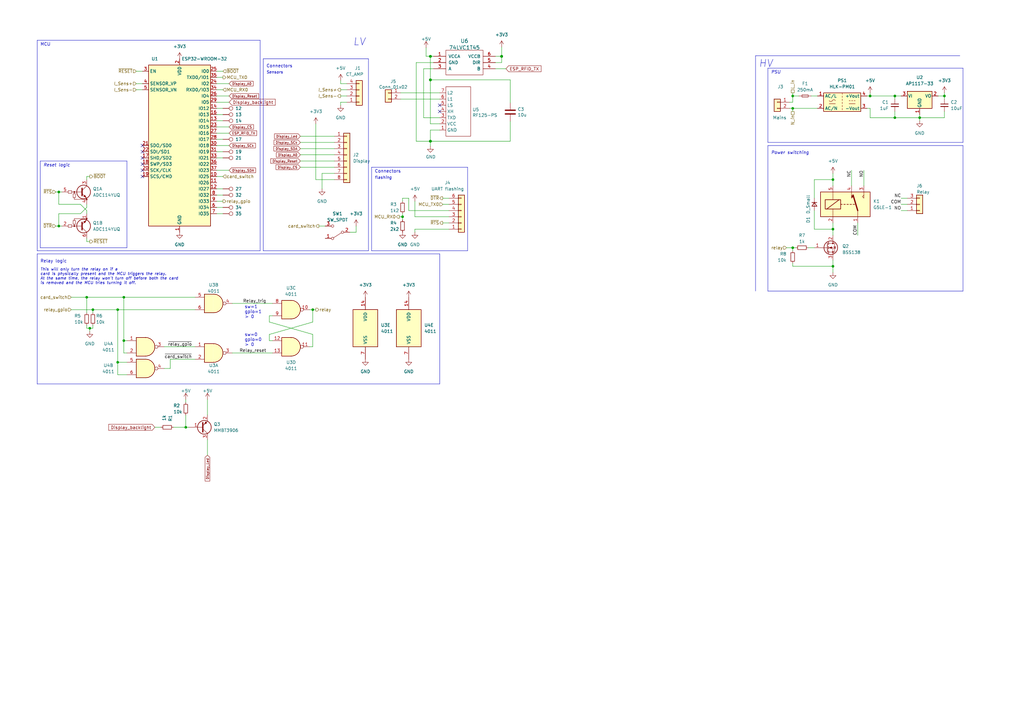
<source format=kicad_sch>
(kicad_sch (version 20230121) (generator eeschema)
  (paper "A3")
  (lib_symbols
    (symbol "4xxx:4011" (pin_names (offset 1.016))
      (property "Reference" "U" (at 0 1.27 0))
      (property "Value" "4011" (at 0 -1.27 0))
      (symbol "4011_1_1"
        (pin input line (at -7.62 2.54 0) (length 3.81) (name "~") (number "1"))
        (pin input line (at -7.62 -2.54 0) (length 3.81) (name "~") (number "2"))
        (pin output inverted (at 7.62 0 180) (length 3.81) (name "~") (number "3"))
      )
      (symbol "4011_1_2"
        (pin input inverted (at -7.62 2.54 0) (length 4.318) (name "~") (number "1"))
        (pin input inverted (at -7.62 -2.54 0) (length 4.318) (name "~") (number "2"))
        (pin output line (at 7.62 0 180) (length 3.81) (name "~") (number "3"))
      )
      (symbol "4011_2_1"
        (pin output inverted (at 7.62 0 180) (length 3.81) (name "~") (number "4"))
        (pin input line (at -7.62 2.54 0) (length 3.81) (name "~") (number "5"))
        (pin input line (at -7.62 -2.54 0) (length 3.81) (name "~") (number "6"))
      )
      (symbol "4011_2_2"
        (pin output line (at 7.62 0 180) (length 3.81) (name "~") (number "4"))
        (pin input inverted (at -7.62 2.54 0) (length 4.318) (name "~") (number "5"))
        (pin input inverted (at -7.62 -2.54 0) (length 4.318) (name "~") (number "6"))
      )
      (symbol "4011_3_1"
        (pin output inverted (at 7.62 0 180) (length 3.81) (name "~") (number "10"))
        (pin input line (at -7.62 2.54 0) (length 3.81) (name "~") (number "8"))
        (pin input line (at -7.62 -2.54 0) (length 3.81) (name "~") (number "9"))
      )
      (symbol "4011_3_2"
        (pin output line (at 7.62 0 180) (length 3.81) (name "~") (number "10"))
        (pin input inverted (at -7.62 2.54 0) (length 4.318) (name "~") (number "8"))
        (pin input inverted (at -7.62 -2.54 0) (length 4.318) (name "~") (number "9"))
      )
      (symbol "4011_4_1"
        (pin output inverted (at 7.62 0 180) (length 3.81) (name "~") (number "11"))
        (pin input line (at -7.62 2.54 0) (length 3.81) (name "~") (number "12"))
        (pin input line (at -7.62 -2.54 0) (length 3.81) (name "~") (number "13"))
      )
      (symbol "4011_4_2"
        (pin output line (at 7.62 0 180) (length 3.81) (name "~") (number "11"))
        (pin input inverted (at -7.62 2.54 0) (length 4.318) (name "~") (number "12"))
        (pin input inverted (at -7.62 -2.54 0) (length 4.318) (name "~") (number "13"))
      )
      (symbol "4011_5_0"
        (pin power_in line (at 0 12.7 270) (length 5.08) (name "VDD") (number "14"))
        (pin power_in line (at 0 -12.7 90) (length 5.08) (name "VSS") (number "7"))
      )
    )
    (symbol "74lvc:74LVC1T45" (pin_names (offset 1.016))
      (property "Reference" "U" (at 0 6.35 0))
      (property "Value" "74LVC1T45" (at 0 -6.35 0))
      (symbol "74LVC1T45_1_1"
        (pin power_in line (at -12.7 2.54 0) (length 5.08) (name "VCCA") (number "1"))
        (pin power_in line (at -12.7 0 0) (length 5.08) (name "GND") (number "2"))
        (pin bidirectional line (at -12.7 -2.54 0) (length 5.08) (name "A") (number "3"))
        (pin bidirectional line (at 12.7 -2.54 180) (length 5.08) (name "B") (number "4"))
        (pin input line (at 12.7 0 180) (length 5.08) (name "DIR") (number "5"))
        (pin power_in line (at 12.7 2.54 180) (length 5.08) (name "VCCB") (number "6"))
      )
    )
    (symbol "Connector:TestPoint" (pin_numbers hide) (pin_names (offset 0.762) hide)
      (property "Reference" "TP" (at 0 6.858 0))
      (property "Value" "TestPoint" (at 0 5.08 0))
      (symbol "TestPoint_1_1"
        (pin passive line (at 0 0 90) (length 2.54) (name "1") (number "1"))
      )
    )
    (symbol "Connector_Generic:Conn_01x02" (pin_names (offset 1.016) hide)
      (property "Reference" "J" (at 0 2.54 0))
      (property "Value" "Conn_01x02" (at 0 -5.08 0))
      (symbol "Conn_01x02_1_1"
        (pin passive line (at -5.08 0 0) (length 3.81) (name "Pin_1") (number "1"))
        (pin passive line (at -5.08 -2.54 0) (length 3.81) (name "Pin_2") (number "2"))
      )
    )
    (symbol "Connector_Generic:Conn_01x03" (pin_names (offset 1.016) hide)
      (property "Reference" "J" (at 0 5.08 0))
      (property "Value" "Conn_01x03" (at 0 -5.08 0))
      (symbol "Conn_01x03_1_1"
        (pin passive line (at -5.08 2.54 0) (length 3.81) (name "Pin_1") (number "1"))
        (pin passive line (at -5.08 0 0) (length 3.81) (name "Pin_2") (number "2"))
        (pin passive line (at -5.08 -2.54 0) (length 3.81) (name "Pin_3") (number "3"))
      )
    )
    (symbol "Connector_Generic:Conn_01x04" (pin_names (offset 1.016) hide)
      (property "Reference" "J" (at 0 5.08 0))
      (property "Value" "Conn_01x04" (at 0 -7.62 0))
      (symbol "Conn_01x04_1_1"
        (pin passive line (at -5.08 2.54 0) (length 3.81) (name "Pin_1") (number "1"))
        (pin passive line (at -5.08 0 0) (length 3.81) (name "Pin_2") (number "2"))
        (pin passive line (at -5.08 -2.54 0) (length 3.81) (name "Pin_3") (number "3"))
        (pin passive line (at -5.08 -5.08 0) (length 3.81) (name "Pin_4") (number "4"))
      )
    )
    (symbol "Connector_Generic:Conn_01x06" (pin_names (offset 1.016) hide)
      (property "Reference" "J" (at 0 7.62 0))
      (property "Value" "Conn_01x06" (at 0 -10.16 0))
      (symbol "Conn_01x06_1_1"
        (pin passive line (at -5.08 5.08 0) (length 3.81) (name "Pin_1") (number "1"))
        (pin passive line (at -5.08 2.54 0) (length 3.81) (name "Pin_2") (number "2"))
        (pin passive line (at -5.08 0 0) (length 3.81) (name "Pin_3") (number "3"))
        (pin passive line (at -5.08 -2.54 0) (length 3.81) (name "Pin_4") (number "4"))
        (pin passive line (at -5.08 -5.08 0) (length 3.81) (name "Pin_5") (number "5"))
        (pin passive line (at -5.08 -7.62 0) (length 3.81) (name "Pin_6") (number "6"))
      )
    )
    (symbol "Connector_Generic:Conn_01x08" (pin_names (offset 1.016) hide)
      (property "Reference" "J" (at 0 10.16 0))
      (property "Value" "Conn_01x08" (at 0 -12.7 0))
      (symbol "Conn_01x08_1_1"
        (pin passive line (at -5.08 7.62 0) (length 3.81) (name "Pin_1") (number "1"))
        (pin passive line (at -5.08 5.08 0) (length 3.81) (name "Pin_2") (number "2"))
        (pin passive line (at -5.08 2.54 0) (length 3.81) (name "Pin_3") (number "3"))
        (pin passive line (at -5.08 0 0) (length 3.81) (name "Pin_4") (number "4"))
        (pin passive line (at -5.08 -2.54 0) (length 3.81) (name "Pin_5") (number "5"))
        (pin passive line (at -5.08 -5.08 0) (length 3.81) (name "Pin_6") (number "6"))
        (pin passive line (at -5.08 -7.62 0) (length 3.81) (name "Pin_7") (number "7"))
        (pin passive line (at -5.08 -10.16 0) (length 3.81) (name "Pin_8") (number "8"))
      )
    )
    (symbol "Converter_ACDC:HLK-PM01"
      (property "Reference" "PS" (at 0 5.08 0))
      (property "Value" "HLK-PM01" (at 0 -5.08 0))
      (symbol "HLK-PM01_1_1"
        (pin power_in line (at -10.16 2.54 0) (length 2.54) (name "AC/L") (number "1"))
        (pin power_in line (at -10.16 -2.54 0) (length 2.54) (name "AC/N") (number "2"))
        (pin power_out line (at 10.16 -2.54 180) (length 2.54) (name "-Vout") (number "3"))
        (pin power_out line (at 10.16 2.54 180) (length 2.54) (name "+Vout") (number "4"))
      )
    )
    (symbol "Device:C" (pin_numbers hide) (pin_names (offset 0.254))
      (property "Reference" "C" (at 0.635 2.54 0))
      (property "Value" "C" (at 0.635 -2.54 0))
      (symbol "C_1_1"
        (pin passive line (at 0 3.81 270) (length 2.794) (name "~") (number "1"))
        (pin passive line (at 0 -3.81 90) (length 2.794) (name "~") (number "2"))
      )
    )
    (symbol "Device:C_Small" (pin_numbers hide) (pin_names (offset 0.254) hide)
      (property "Reference" "C" (at 0.254 1.778 0))
      (property "Value" "C_Small" (at 0.254 -2.032 0))
      (symbol "C_Small_1_1"
        (pin passive line (at 0 2.54 270) (length 2.032) (name "~") (number "1"))
        (pin passive line (at 0 -2.54 90) (length 2.032) (name "~") (number "2"))
      )
    )
    (symbol "Device:D_Small" (pin_numbers hide) (pin_names (offset 0.254) hide)
      (property "Reference" "D" (at -1.27 2.032 0))
      (property "Value" "D_Small" (at -3.81 -2.032 0))
      (symbol "D_Small_1_1"
        (pin passive line (at -2.54 0 0) (length 1.778) (name "K") (number "1"))
        (pin passive line (at 2.54 0 180) (length 1.778) (name "A") (number "2"))
      )
    )
    (symbol "Device:Fuse_Small" (pin_numbers hide) (pin_names (offset 0.254) hide)
      (property "Reference" "F" (at 0 -1.524 0))
      (property "Value" "Fuse_Small" (at 0 1.524 0))
      (symbol "Fuse_Small_1_1"
        (pin passive line (at -2.54 0 0) (length 1.27) (name "~") (number "1"))
        (pin passive line (at 2.54 0 180) (length 1.27) (name "~") (number "2"))
      )
    )
    (symbol "Device:Q_NMOS_GDS" (pin_names (offset 0) hide)
      (property "Reference" "Q" (at 5.08 1.27 0))
      (property "Value" "Q_NMOS_GDS" (at 5.08 -1.27 0))
      (symbol "Q_NMOS_GDS_1_1"
        (pin input line (at -5.08 0 0) (length 2.54) (name "G") (number "1"))
        (pin passive line (at 2.54 5.08 270) (length 2.54) (name "D") (number "2"))
        (pin passive line (at 2.54 -5.08 90) (length 2.54) (name "S") (number "3"))
      )
    )
    (symbol "Device:R_Small" (pin_numbers hide) (pin_names (offset 0.254) hide)
      (property "Reference" "R" (at 0.762 0.508 0))
      (property "Value" "R_Small" (at 0.762 -1.016 0))
      (symbol "R_Small_1_1"
        (pin passive line (at 0 2.54 270) (length 0.762) (name "~") (number "1"))
        (pin passive line (at 0 -2.54 90) (length 0.762) (name "~") (number "2"))
      )
    )
    (symbol "RF_Module:ESP32-WROOM-32"
      (property "Reference" "U" (at -12.7 34.29 0))
      (property "Value" "ESP32-WROOM-32" (at 1.27 34.29 0))
      (symbol "ESP32-WROOM-32_1_1"
        (pin power_in line (at 0 -35.56 90) (length 2.54) (name "GND") (number "1"))
        (pin bidirectional line (at 15.24 -12.7 180) (length 2.54) (name "IO25") (number "10"))
        (pin bidirectional line (at 15.24 -15.24 180) (length 2.54) (name "IO26") (number "11"))
        (pin bidirectional line (at 15.24 -17.78 180) (length 2.54) (name "IO27") (number "12"))
        (pin bidirectional line (at 15.24 10.16 180) (length 2.54) (name "IO14") (number "13"))
        (pin bidirectional line (at 15.24 15.24 180) (length 2.54) (name "IO12") (number "14"))
        (pin passive line (at 0 -35.56 90) (length 2.54) hide (name "GND") (number "15"))
        (pin bidirectional line (at 15.24 12.7 180) (length 2.54) (name "IO13") (number "16"))
        (pin bidirectional line (at -15.24 -5.08 0) (length 2.54) (name "SHD/SD2") (number "17"))
        (pin bidirectional line (at -15.24 -7.62 0) (length 2.54) (name "SWP/SD3") (number "18"))
        (pin bidirectional line (at -15.24 -12.7 0) (length 2.54) (name "SCS/CMD") (number "19"))
        (pin power_in line (at 0 35.56 270) (length 2.54) (name "VDD") (number "2"))
        (pin bidirectional line (at -15.24 -10.16 0) (length 2.54) (name "SCK/CLK") (number "20"))
        (pin bidirectional line (at -15.24 0 0) (length 2.54) (name "SDO/SD0") (number "21"))
        (pin bidirectional line (at -15.24 -2.54 0) (length 2.54) (name "SDI/SD1") (number "22"))
        (pin bidirectional line (at 15.24 7.62 180) (length 2.54) (name "IO15") (number "23"))
        (pin bidirectional line (at 15.24 25.4 180) (length 2.54) (name "IO2") (number "24"))
        (pin bidirectional line (at 15.24 30.48 180) (length 2.54) (name "IO0") (number "25"))
        (pin bidirectional line (at 15.24 20.32 180) (length 2.54) (name "IO4") (number "26"))
        (pin bidirectional line (at 15.24 5.08 180) (length 2.54) (name "IO16") (number "27"))
        (pin bidirectional line (at 15.24 2.54 180) (length 2.54) (name "IO17") (number "28"))
        (pin bidirectional line (at 15.24 17.78 180) (length 2.54) (name "IO5") (number "29"))
        (pin input line (at -15.24 30.48 0) (length 2.54) (name "EN") (number "3"))
        (pin bidirectional line (at 15.24 0 180) (length 2.54) (name "IO18") (number "30"))
        (pin bidirectional line (at 15.24 -2.54 180) (length 2.54) (name "IO19") (number "31"))
        (pin no_connect line (at -12.7 -27.94 0) (length 2.54) hide (name "NC") (number "32"))
        (pin bidirectional line (at 15.24 -5.08 180) (length 2.54) (name "IO21") (number "33"))
        (pin bidirectional line (at 15.24 22.86 180) (length 2.54) (name "RXD0/IO3") (number "34"))
        (pin bidirectional line (at 15.24 27.94 180) (length 2.54) (name "TXD0/IO1") (number "35"))
        (pin bidirectional line (at 15.24 -7.62 180) (length 2.54) (name "IO22") (number "36"))
        (pin bidirectional line (at 15.24 -10.16 180) (length 2.54) (name "IO23") (number "37"))
        (pin passive line (at 0 -35.56 90) (length 2.54) hide (name "GND") (number "38"))
        (pin passive line (at 0 -35.56 90) (length 2.54) hide (name "GND") (number "39"))
        (pin input line (at -15.24 25.4 0) (length 2.54) (name "SENSOR_VP") (number "4"))
        (pin input line (at -15.24 22.86 0) (length 2.54) (name "SENSOR_VN") (number "5"))
        (pin input line (at 15.24 -25.4 180) (length 2.54) (name "IO34") (number "6"))
        (pin input line (at 15.24 -27.94 180) (length 2.54) (name "IO35") (number "7"))
        (pin bidirectional line (at 15.24 -20.32 180) (length 2.54) (name "IO32") (number "8"))
        (pin bidirectional line (at 15.24 -22.86 180) (length 2.54) (name "IO33") (number "9"))
      )
    )
    (symbol "Regulator_Linear:AP1117-33" (pin_names (offset 0.254))
      (property "Reference" "U" (at -3.81 3.175 0))
      (property "Value" "AP1117-33" (at 0 3.175 0))
      (symbol "AP1117-33_1_1"
        (pin power_in line (at 0 -7.62 90) (length 2.54) (name "GND") (number "1"))
        (pin power_out line (at 7.62 0 180) (length 2.54) (name "VO") (number "2"))
        (pin power_in line (at -7.62 0 0) (length 2.54) (name "VI") (number "3"))
      )
    )
    (symbol "Relay:G5LE-1"
      (property "Reference" "K" (at 11.43 3.81 0))
      (property "Value" "G5LE-1" (at 11.43 1.27 0))
      (symbol "G5LE-1_1_1"
        (pin passive line (at 5.08 -7.62 90) (length 2.54) (name "~") (number "1"))
        (pin passive line (at -5.08 -7.62 90) (length 2.54) (name "~") (number "2"))
        (pin passive line (at 7.62 7.62 270) (length 2.54) (name "~") (number "3"))
        (pin passive line (at 2.54 7.62 270) (length 2.54) (name "~") (number "4"))
        (pin passive line (at -5.08 7.62 270) (length 2.54) (name "~") (number "5"))
      )
    )
    (symbol "Switch:SW_SPDT" (pin_names (offset 0) hide)
      (property "Reference" "SW" (at 0 4.318 0))
      (property "Value" "SW_SPDT" (at 0 -5.08 0))
      (symbol "SW_SPDT_1_1"
        (pin passive line (at 5.08 2.54 180) (length 2.54) (name "A") (number "1"))
        (pin passive line (at -5.08 0 0) (length 2.54) (name "B") (number "2"))
        (pin passive line (at 5.08 -2.54 180) (length 2.54) (name "C") (number "3"))
      )
    )
    (symbol "Transistor_BJT:MMBT3906" (pin_names (offset 0) hide)
      (property "Reference" "Q" (at 5.08 1.905 0))
      (property "Value" "MMBT3906" (at 5.08 0 0))
      (symbol "MMBT3906_1_1"
        (pin input line (at -5.08 0 0) (length 5.715) (name "B") (number "1"))
        (pin passive line (at 2.54 -5.08 90) (length 2.54) (name "E") (number "2"))
        (pin passive line (at 2.54 5.08 270) (length 2.54) (name "C") (number "3"))
      )
    )
    (symbol "Transistor_BJT:MUN5211DW1" (pin_names hide)
      (property "Reference" "Q" (at 3.81 1.27 0))
      (property "Value" "MUN5211DW1" (at 3.81 -1.27 0))
      (symbol "MUN5211DW1_1_1"
        (pin passive line (at 1.27 5.08 270) (length 2.54) (name "C1") (number "3"))
        (pin passive line (at 1.27 -5.08 90) (length 2.54) (name "E1") (number "4"))
        (pin input line (at -8.89 0 0) (length 2.54) (name "B1") (number "5"))
      )
      (symbol "MUN5211DW1_2_1"
        (pin passive line (at 1.27 -5.08 90) (length 2.54) (name "E2") (number "1"))
        (pin input line (at -8.89 0 0) (length 2.54) (name "B2") (number "2"))
        (pin passive line (at 1.27 5.08 270) (length 2.54) (name "C2") (number "6"))
      )
    )
    (symbol "power:+3V3" (power) (pin_names (offset 0))
      (property "Value" "+3V3" (at 0 3.556 0))
      (symbol "+3V3_1_1"
        (pin power_in line (at 0 0 90) (length 0) hide (name "+3V3") (number "1"))
      )
    )
    (symbol "power:+5V" (power) (pin_names (offset 0))
      (property "Value" "+5V" (at 0 3.556 0))
      (symbol "+5V_1_1"
        (pin power_in line (at 0 0 90) (length 0) hide (name "+5V") (number "1"))
      )
    )
    (symbol "power:GND" (power) (pin_names (offset 0))
      (property "Value" "GND" (at 0 -3.81 0))
      (symbol "GND_1_1"
        (pin power_in line (at 0 0 270) (length 0) hide (name "GND") (number "1"))
      )
    )
    (symbol "rf125ps:RF125-PS"
      (property "Reference" "U" (at -8.89 6.35 0))
      (property "Value" "RF125-PS" (at 0 1.27 0))
      (symbol "RF125-PS_1_1"
        (pin power_in line (at -7.62 -7.62 90) (length 2.54) (name "GND") (number "1"))
        (pin power_in line (at -5.08 -7.62 90) (length 2.54) (name "VCC") (number "2"))
        (pin output line (at -2.54 -7.62 90) (length 2.54) (name "TXD") (number "3"))
        (pin output line (at 0 -7.62 90) (length 2.54) (name "XH") (number "4"))
        (pin output line (at 2.54 -7.62 90) (length 2.54) (name "LS") (number "5"))
        (pin passive line (at 5.08 -7.62 90) (length 2.54) (name "L1") (number "6"))
        (pin passive line (at 7.62 -7.62 90) (length 2.54) (name "L2") (number "7"))
      )
    )
  )
  (junction (at 50.8 139.7))
  (junction (at 367.03 48.26))
  (junction (at 205.74 23.114) (diameter 1.016))
  (junction (at 341.63 109.22))
  (junction (at 128.27 127))
  (junction (at 48.26 148.59))
  (junction (at 176.53 57.912) (diameter 1.016))
  (junction (at 76.2 175.26))
  (junction (at 325.12 44.45))
  (junction (at 341.63 93.98))
  (junction (at 325.12 39.37))
  (junction (at 48.26 127))
  (junction (at 50.8 121.92))
  (junction (at 387.35 39.37))
  (junction (at 356.87 39.37))
  (junction (at 367.03 39.37))
  (junction (at 24.13 78.74))
  (junction (at 341.63 73.66))
  (junction (at 176.53 32.766) (diameter 1.016))
  (junction (at 36.83 134.62))
  (junction (at 38.1 127))
  (junction (at 176.53 23.114) (diameter 1.016))
  (junction (at 377.19 48.26))
  (junction (at 325.12 101.6))
  (junction (at 165.1 88.9))
  (junction (at 24.13 92.71))
  (junction (at 35.56 121.92))
  (no_connect (at 180.34 43.18))
  (no_connect (at 58.42 59.69))
  (no_connect (at 58.42 62.23))
  (no_connect (at 58.42 64.77))
  (no_connect (at 58.42 67.31))
  (no_connect (at 58.42 69.85))
  (no_connect (at 58.42 72.39))
  (no_connect (at 180.34 45.72))
  (wire (pts (xy 356.87 39.37) (xy 367.03 39.37)))
  (wire (pts (xy 35.56 134.62) (xy 35.56 133.35)))
  (wire (pts (xy 36.83 134.62) (xy 35.56 134.62)))
  (wire (pts (xy 38.1 133.35) (xy 38.1 134.62)))
  (wire (pts (xy 38.1 134.62) (xy 36.83 134.62)))
  (polyline (pts (xy 107.95 24.13) (xy 151.13 24.13)))
  (polyline (pts (xy 151.13 24.13) (xy 151.13 102.87)))
  (wire (pts (xy 174.752 19.558) (xy 174.752 23.114)))
  (wire (pts (xy 129.54 73.66) (xy 137.16 73.66)))
  (wire (pts (xy 176.53 23.114) (xy 177.8 23.114)))
  (wire (pts (xy 176.53 50.8) (xy 180.34 50.8)))
  (wire (pts (xy 181.61 83.82) (xy 184.15 83.82)))
  (wire (pts (xy 341.63 106.68) (xy 341.63 109.22)))
  (wire (pts (xy 88.9 85.09) (xy 91.44 85.09)))
  (wire (pts (xy 33.02 87.63) (xy 35.56 85.09)))
  (wire (pts (xy 170.688 25.654) (xy 170.688 57.912)))
  (wire (pts (xy 76.2 163.83) (xy 76.2 165.1)))
  (wire (pts (xy 325.12 101.6) (xy 326.39 101.6)))
  (wire (pts (xy 123.19 68.58) (xy 137.16 68.58)))
  (wire (pts (xy 165.1 81.28) (xy 167.64 81.28)))
  (wire (pts (xy 167.64 81.28) (xy 167.64 86.36)))
  (wire (pts (xy 128.27 142.24) (xy 127 142.24)))
  (wire (pts (xy 132.08 71.12) (xy 132.08 77.47)))
  (wire (pts (xy 35.56 86.36) (xy 35.56 87.63)))
  (wire (pts (xy 88.9 82.55) (xy 91.44 82.55)))
  (wire (pts (xy 325.12 101.6) (xy 325.12 102.87)))
  (wire (pts (xy 331.47 101.6) (xy 334.01 101.6)))
  (polyline (pts (xy 15.24 104.14) (xy 15.24 157.48)))
  (polyline (pts (xy 15.24 104.14) (xy 180.34 104.14)))
  (polyline (pts (xy 15.24 157.48) (xy 180.34 157.48)))
  (polyline (pts (xy 180.34 157.48) (xy 180.34 104.14)))
  (wire (pts (xy 88.9 69.85) (xy 93.98 69.85)))
  (polyline (pts (xy 152.4 102.87) (xy 152.4 68.58)))
  (polyline (pts (xy 191.77 68.58) (xy 191.77 102.87)))
  (polyline (pts (xy 191.77 102.87) (xy 152.4 102.87)))
  (wire (pts (xy 55.88 36.83) (xy 58.42 36.83)))
  (wire (pts (xy 170.688 25.654) (xy 177.8 25.654)))
  (wire (pts (xy 50.8 121.92) (xy 50.8 139.7)))
  (wire (pts (xy 55.88 29.21) (xy 58.42 29.21)))
  (wire (pts (xy 176.53 59.944) (xy 176.53 57.912)))
  (wire (pts (xy 341.63 93.98) (xy 341.63 96.52)))
  (wire (pts (xy 88.9 59.69) (xy 93.98 59.69)))
  (wire (pts (xy 323.85 41.91) (xy 325.12 41.91)))
  (wire (pts (xy 325.12 41.91) (xy 325.12 39.37)))
  (wire (pts (xy 377.19 48.26) (xy 377.19 49.53)))
  (wire (pts (xy 123.19 63.5) (xy 137.16 63.5)))
  (wire (pts (xy 170.18 82.55) (xy 170.18 88.9)))
  (wire (pts (xy 173.736 48.26) (xy 180.34 48.26)))
  (wire (pts (xy 356.87 48.26) (xy 367.03 48.26)))
  (wire (pts (xy 369.57 86.36) (xy 372.11 86.36)))
  (wire (pts (xy 139.7 33.02) (xy 139.7 34.29)))
  (wire (pts (xy 142.24 34.29) (xy 139.7 34.29)))
  (wire (pts (xy 29.21 121.92) (xy 35.56 121.92)))
  (wire (pts (xy 35.56 121.92) (xy 50.8 121.92)))
  (wire (pts (xy 35.56 72.39) (xy 36.83 72.39)))
  (wire (pts (xy 35.56 73.66) (xy 35.56 72.39)))
  (wire (pts (xy 209.296 32.766) (xy 209.296 42.164)))
  (polyline (pts (xy 106.68 102.87) (xy 15.24 102.87)))
  (wire (pts (xy 334.01 86.36) (xy 334.01 93.98)))
  (wire (pts (xy 334.01 93.98) (xy 341.63 93.98)))
  (wire (pts (xy 341.63 93.98) (xy 341.63 91.44)))
  (wire (pts (xy 35.56 83.82) (xy 35.56 85.09)))
  (wire (pts (xy 29.21 127) (xy 38.1 127)))
  (wire (pts (xy 38.1 127) (xy 48.26 127)))
  (wire (pts (xy 48.26 127) (xy 80.01 127)))
  (wire (pts (xy 322.58 101.6) (xy 325.12 101.6)))
  (wire (pts (xy 167.64 86.36) (xy 184.15 86.36)))
  (wire (pts (xy 128.27 137.16) (xy 128.27 142.24)))
  (wire (pts (xy 88.9 39.37) (xy 93.98 39.37)))
  (wire (pts (xy 170.688 57.912) (xy 176.53 57.912)))
  (wire (pts (xy 123.19 66.04) (xy 137.16 66.04)))
  (wire (pts (xy 349.25 69.85) (xy 349.25 76.2)))
  (wire (pts (xy 164.338 40.64) (xy 180.34 40.64)))
  (wire (pts (xy 209.296 32.766) (xy 176.53 32.766)))
  (wire (pts (xy 139.7 36.83) (xy 142.24 36.83)))
  (wire (pts (xy 67.31 142.24) (xy 80.01 142.24)))
  (wire (pts (xy 88.9 46.99) (xy 91.44 46.99)))
  (wire (pts (xy 142.24 41.91) (xy 139.7 41.91)))
  (wire (pts (xy 88.9 54.61) (xy 93.98 54.61)))
  (wire (pts (xy 332.74 39.37) (xy 335.28 39.37)))
  (wire (pts (xy 110.49 139.7) (xy 111.76 139.7)))
  (wire (pts (xy 205.74 25.654) (xy 203.2 25.654)))
  (wire (pts (xy 88.9 62.23) (xy 91.44 62.23)))
  (wire (pts (xy 176.53 23.114) (xy 176.53 32.766)))
  (wire (pts (xy 123.19 58.42) (xy 137.16 58.42)))
  (polyline (pts (xy 314.96 27.94) (xy 314.96 58.42)))
  (polyline (pts (xy 314.96 27.94) (xy 394.97 27.94)))
  (polyline (pts (xy 314.96 58.42) (xy 394.97 58.42)))
  (polyline (pts (xy 394.97 58.42) (xy 394.97 27.94)))
  (wire (pts (xy 48.26 153.67) (xy 52.07 153.67)))
  (wire (pts (xy 88.9 64.77) (xy 91.44 64.77)))
  (wire (pts (xy 88.9 87.63) (xy 91.44 87.63)))
  (wire (pts (xy 203.2 23.114) (xy 205.74 23.114)))
  (wire (pts (xy 88.9 41.91) (xy 93.98 41.91)))
  (wire (pts (xy 110.49 137.16) (xy 110.49 139.7)))
  (wire (pts (xy 354.33 69.85) (xy 354.33 76.2)))
  (wire (pts (xy 325.12 39.37) (xy 327.66 39.37)))
  (wire (pts (xy 88.9 72.39) (xy 91.44 72.39)))
  (polyline (pts (xy 309.88 22.86) (xy 309.88 119.38)))
  (wire (pts (xy 139.7 41.91) (xy 139.7 43.18)))
  (polyline (pts (xy 107.95 24.13) (xy 107.95 102.87)))
  (wire (pts (xy 110.49 137.16) (xy 128.27 132.08)))
  (wire (pts (xy 165.1 87.63) (xy 165.1 88.9)))
  (wire (pts (xy 165.1 88.9) (xy 165.1 90.17)))
  (polyline (pts (xy 314.96 59.69) (xy 314.96 119.38)))
  (polyline (pts (xy 314.96 119.38) (xy 394.97 119.38)))
  (polyline (pts (xy 394.97 59.69) (xy 314.96 59.69)))
  (polyline (pts (xy 394.97 119.38) (xy 394.97 59.69)))
  (wire (pts (xy 325.12 44.45) (xy 325.12 45.72)))
  (wire (pts (xy 85.09 180.34) (xy 85.09 186.69)))
  (wire (pts (xy 88.9 77.47) (xy 91.44 77.47)))
  (wire (pts (xy 133.35 92.71) (xy 130.81 92.71)))
  (wire (pts (xy 334.01 73.66) (xy 334.01 81.28)))
  (wire (pts (xy 341.63 73.66) (xy 334.01 73.66)))
  (wire (pts (xy 341.63 76.2) (xy 341.63 73.66)))
  (wire (pts (xy 387.35 38.1) (xy 387.35 39.37)))
  (wire (pts (xy 181.61 91.44) (xy 184.15 91.44)))
  (wire (pts (xy 367.03 40.64) (xy 367.03 39.37)))
  (wire (pts (xy 355.6 44.45) (xy 356.87 44.45)))
  (wire (pts (xy 356.87 44.45) (xy 356.87 48.26)))
  (wire (pts (xy 143.51 95.25) (xy 146.05 95.25)))
  (wire (pts (xy 203.2 28.194) (xy 207.518 28.194)))
  (wire (pts (xy 88.9 44.45) (xy 91.44 44.45)))
  (wire (pts (xy 174.752 23.114) (xy 176.53 23.114)))
  (wire (pts (xy 176.53 57.912) (xy 176.53 53.34)))
  (wire (pts (xy 205.74 23.114) (xy 205.74 25.654)))
  (wire (pts (xy 48.26 148.59) (xy 48.26 153.67)))
  (wire (pts (xy 33.02 83.82) (xy 35.56 86.36)))
  (wire (pts (xy 165.1 81.28) (xy 165.1 82.55)))
  (wire (pts (xy 128.27 127) (xy 129.54 127)))
  (wire (pts (xy 181.61 81.28) (xy 184.15 81.28)))
  (wire (pts (xy 88.9 52.07) (xy 93.98 52.07)))
  (wire (pts (xy 367.03 39.37) (xy 369.57 39.37)))
  (wire (pts (xy 88.9 34.29) (xy 93.98 34.29)))
  (wire (pts (xy 146.05 95.25) (xy 146.05 92.71)))
  (wire (pts (xy 38.1 127) (xy 38.1 128.27)))
  (wire (pts (xy 22.86 92.71) (xy 24.13 92.71)))
  (wire (pts (xy 22.86 78.74) (xy 24.13 78.74)))
  (wire (pts (xy 24.13 78.74) (xy 25.4 78.74)))
  (wire (pts (xy 48.26 127) (xy 48.26 148.59)))
  (wire (pts (xy 48.26 148.59) (xy 52.07 148.59)))
  (wire (pts (xy 110.49 129.54) (xy 110.49 132.08)))
  (wire (pts (xy 111.76 129.54) (xy 110.49 129.54)))
  (wire (pts (xy 176.53 32.766) (xy 176.53 50.8)))
  (wire (pts (xy 139.7 39.37) (xy 142.24 39.37)))
  (wire (pts (xy 177.8 28.194) (xy 173.736 28.194)))
  (wire (pts (xy 209.296 57.912) (xy 176.53 57.912)))
  (wire (pts (xy 341.63 109.22) (xy 341.63 111.76)))
  (wire (pts (xy 35.56 97.79) (xy 35.56 99.06)))
  (wire (pts (xy 35.56 99.06) (xy 36.83 99.06)))
  (wire (pts (xy 88.9 29.21) (xy 91.44 29.21)))
  (polyline (pts (xy 106.68 16.51) (xy 106.68 102.87)))
  (wire (pts (xy 71.12 175.26) (xy 76.2 175.26)))
  (wire (pts (xy 128.27 127) (xy 128.27 132.08)))
  (wire (pts (xy 137.16 71.12) (xy 132.08 71.12)))
  (wire (pts (xy 88.9 49.53) (xy 91.44 49.53)))
  (polyline (pts (xy 15.24 16.51) (xy 15.24 102.87)))
  (wire (pts (xy 76.2 175.26) (xy 77.47 175.26)))
  (wire (pts (xy 88.9 80.01) (xy 91.44 80.01)))
  (wire (pts (xy 164.338 38.1) (xy 180.34 38.1)))
  (polyline (pts (xy 15.24 16.51) (xy 106.68 16.51)))
  (wire (pts (xy 209.296 49.784) (xy 209.296 57.912)))
  (wire (pts (xy 356.87 38.1) (xy 356.87 39.37)))
  (wire (pts (xy 356.87 39.37) (xy 355.6 39.37)))
  (wire (pts (xy 123.19 60.96) (xy 137.16 60.96)))
  (wire (pts (xy 129.54 50.8) (xy 129.54 73.66)))
  (wire (pts (xy 50.8 139.7) (xy 50.8 144.78)))
  (wire (pts (xy 50.8 144.78) (xy 52.07 144.78)))
  (wire (pts (xy 52.07 139.7) (xy 50.8 139.7)))
  (wire (pts (xy 170.18 88.9) (xy 184.15 88.9)))
  (wire (pts (xy 88.9 57.15) (xy 91.44 57.15)))
  (wire (pts (xy 50.8 121.92) (xy 80.01 121.92)))
  (wire (pts (xy 76.2 170.18) (xy 76.2 175.26)))
  (wire (pts (xy 24.13 83.82) (xy 24.13 78.74)))
  (wire (pts (xy 33.02 83.82) (xy 24.13 83.82)))
  (wire (pts (xy 95.25 124.46) (xy 111.76 124.46)))
  (wire (pts (xy 67.31 151.13) (xy 69.85 151.13)))
  (wire (pts (xy 69.85 151.13) (xy 69.85 147.32)))
  (wire (pts (xy 205.74 19.304) (xy 205.74 23.114)))
  (wire (pts (xy 110.49 132.08) (xy 128.27 137.16)))
  (wire (pts (xy 95.25 144.78) (xy 111.76 144.78)))
  (wire (pts (xy 35.56 121.92) (xy 35.56 128.27)))
  (wire (pts (xy 367.03 45.72) (xy 367.03 48.26)))
  (wire (pts (xy 367.03 48.26) (xy 377.19 48.26)))
  (wire (pts (xy 377.19 48.26) (xy 377.19 46.99)))
  (wire (pts (xy 88.9 36.83) (xy 91.44 36.83)))
  (polyline (pts (xy 16.51 66.04) (xy 16.51 101.6)))
  (polyline (pts (xy 16.51 66.04) (xy 52.07 66.04)))
  (polyline (pts (xy 16.51 101.6) (xy 52.07 101.6)))
  (polyline (pts (xy 52.07 101.6) (xy 52.07 66.04)))
  (wire (pts (xy 163.83 88.9) (xy 165.1 88.9)))
  (wire (pts (xy 384.81 39.37) (xy 387.35 39.37)))
  (wire (pts (xy 387.35 40.64) (xy 387.35 39.37)))
  (wire (pts (xy 173.736 28.194) (xy 173.736 48.26)))
  (wire (pts (xy 85.09 163.83) (xy 85.09 170.18)))
  (wire (pts (xy 24.13 87.63) (xy 24.13 92.71)))
  (wire (pts (xy 24.13 92.71) (xy 25.4 92.71)))
  (wire (pts (xy 33.02 87.63) (xy 24.13 87.63)))
  (polyline (pts (xy 151.13 102.87) (xy 107.95 102.87)))
  (polyline (pts (xy 152.4 68.58) (xy 191.77 68.58)))
  (wire (pts (xy 69.85 147.32) (xy 80.01 147.32)))
  (wire (pts (xy 377.19 48.26) (xy 387.35 48.26)))
  (wire (pts (xy 387.35 45.72) (xy 387.35 48.26)))
  (polyline (pts (xy 309.88 22.86) (xy 393.7 22.86)))
  (wire (pts (xy 369.57 81.28) (xy 372.11 81.28)))
  (wire (pts (xy 63.5 175.26) (xy 66.04 175.26)))
  (wire (pts (xy 55.88 34.29) (xy 58.42 34.29)))
  (wire (pts (xy 123.19 55.88) (xy 137.16 55.88)))
  (wire (pts (xy 341.63 71.12) (xy 341.63 73.66)))
  (wire (pts (xy 127 127) (xy 128.27 127)))
  (wire (pts (xy 323.85 44.45) (xy 325.12 44.45)))
  (wire (pts (xy 325.12 44.45) (xy 335.28 44.45)))
  (wire (pts (xy 325.12 109.22) (xy 341.63 109.22)))
  (wire (pts (xy 369.57 83.82) (xy 372.11 83.82)))
  (wire (pts (xy 325.12 107.95) (xy 325.12 109.22)))
  (wire (pts (xy 351.79 91.44) (xy 351.79 96.52)))
  (wire (pts (xy 36.83 134.62) (xy 36.83 135.89)))
  (wire (pts (xy 170.18 93.98) (xy 170.18 95.25)))
  (wire (pts (xy 184.15 93.98) (xy 170.18 93.98)))
  (wire (pts (xy 88.9 31.75) (xy 91.44 31.75)))
  (wire (pts (xy 176.53 53.34) (xy 180.34 53.34)))
  (wire (pts (xy 325.12 38.1) (xy 325.12 39.37)))
  (text "Sensors" (at 109.22 30.48 0) (effects (font (size 1.15 1.15) italic) (justify left bottom)))
  (text "Power switching" (at 316.23 63.5 0) (effects (font (size 1.27 1.27) italic) (justify left bottom)))
  (text "Reset logic" (at 17.78 68.58 0) (effects (font (size 1.27 1.27) italic) (justify left bottom)))
  (text "Connectors" (at 153.67 71.12 0) (effects (font (size 1.27 1.27)) (justify left bottom)))
  (text "Relay logic" (at 16.51 107.95 0) (effects (font (size 1.27 1.27)) (justify left bottom)))
  (text "MCU" (at 16.51 19.05 0) (effects (font (size 1.27 1.27)) (justify left bottom)))
  (text "HV" (at 311.15 27.94 0) (effects (font (size 3 3) italic) (justify left bottom)))
  (text "sw=1\ngpio=1\n> 0" (at 100.33 130.81 0) (effects (font (size 1.27 1.27)) (justify left bottom)))
  (text "flashing" (at 153.67 73.66 0) (effects (font (size 1.15 1.15) italic) (justify left bottom)))
  (text "This will only turn the relay on if a \ncard is physically present and the MCU triggers the relay.\nAt the same time, the relay won't turn off before both the card\nis removed and the MCU tries turning it off." (at 16.51 116.84 0) (effects (font (size 1.15 1.15) italic) (justify left bottom)))
  (text "sw=0\ngpio=0\n> 0" (at 100.33 142.24 0) (effects (font (size 1.27 1.27)) (justify left bottom)))
  (text "LV" (at 144.78 19.05 0) (effects (font (size 3 3) italic) (justify left bottom)))
  (text "PSU" (at 316.23 30.48 0) (effects (font (size 1.27 1.27) italic) (justify left bottom)))
  (text "Connectors" (at 109.22 27.94 0) (effects (font (size 1.27 1.27)) (justify left bottom)))
  (label "NO" (at 354.33 69.85 270))
  (label "COM" (at 351.79 96.52 90))
  (label "Relay_trig" (at 109.22 124.46 180))
  (label "Relay_reset" (at 109.22 144.78 180))
  (label "~{card_switch}" (at 78.74 147.32 180))
  (label "NC" (at 349.25 69.85 270))
  (label "NO" (at 369.57 86.36 180))
  (label "COM" (at 369.57 83.82 180))
  (label "~{relay_gpio}" (at 78.74 142.24 180))
  (label "NC" (at 369.57 81.28 180))
  (global_label "Display_backlight" (shape input) (at 63.5 175.26 180) (property "Intersheetrefs" "${INTERSHEET_REFS}" (effects hide)))
  (global_label "Display_Led" (shape input) (at 123.19 55.88 180) (effects (font (size 1 1))) (property "Intersheetrefs" "${INTERSHEET_REFS}" (effects hide)))
  (global_label "Display_CS" (shape input) (at 93.98 52.07 0) (effects (font (size 1 1))) (property "Intersheetrefs" "${INTERSHEET_REFS}" (effects hide)))
  (global_label "Display_SDA" (shape input) (at 93.98 69.85 0) (effects (font (size 1 1))) (property "Intersheetrefs" "${INTERSHEET_REFS}" (effects hide)))
  (global_label "Display_SDA" (shape input) (at 123.19 60.96 180) (effects (font (size 1 1))) (property "Intersheetrefs" "${INTERSHEET_REFS}" (effects hide)))
  (global_label "Display_backlight" (shape input) (at 93.98 41.91 0) (property "Intersheetrefs" "${INTERSHEET_REFS}" (effects hide)))
  (global_label "ESP_RFID_TX" (shape input) (at 93.98 54.61 0) (effects (font (size 1 1))) (property "Intersheetrefs" "${INTERSHEET_REFS}" (effects hide)))
  (global_label "ESP_RFID_TX" (shape input) (at 207.518 28.194 0) (property "Intersheetrefs" "${INTERSHEET_REFS}" (effects hide)))
  (global_label "Display_Reset" (shape input) (at 123.19 66.04 180) (effects (font (size 1 1))) (property "Intersheetrefs" "${INTERSHEET_REFS}" (effects hide)))
  (global_label "Display_Led" (shape input) (at 85.09 186.69 270) (effects (font (size 1 1))) (property "Intersheetrefs" "${INTERSHEET_REFS}" (effects hide)))
  (global_label "Display_A0" (shape input) (at 93.98 34.29 0) (effects (font (size 1 1))) (property "Intersheetrefs" "${INTERSHEET_REFS}" (effects hide)))
  (global_label "Display_Reset" (shape input) (at 93.98 39.37 0) (effects (font (size 1 1))) (property "Intersheetrefs" "${INTERSHEET_REFS}" (effects hide)))
  (global_label "Display_CS" (shape input) (at 123.19 68.58 180) (effects (font (size 1 1))) (property "Intersheetrefs" "${INTERSHEET_REFS}" (effects hide)))
  (global_label "Display_SCk" (shape input) (at 123.19 58.42 180) (effects (font (size 1 1))) (property "Intersheetrefs" "${INTERSHEET_REFS}" (effects hide)))
  (global_label "Display_A0" (shape input) (at 123.19 63.5 180) (effects (font (size 1 1))) (property "Intersheetrefs" "${INTERSHEET_REFS}" (effects hide)))
  (global_label "Display_SCk" (shape input) (at 93.98 59.69 0) (effects (font (size 1 1))) (property "Intersheetrefs" "${INTERSHEET_REFS}" (effects hide)))
  (hierarchical_label "relay" (shape input) (at 322.58 101.6 180))
  (hierarchical_label "relay_gpio" (shape input) (at 29.21 127 180))
  (hierarchical_label "~{DTR}" (shape output) (at 181.61 81.28 180))
  (hierarchical_label "MCU_TX0" (shape output) (at 91.44 31.75 0))
  (hierarchical_label "L_in" (shape passive) (at 325.12 38.1 90) (effects (font italic)))
  (hierarchical_label "card_switch" (shape output) (at 130.81 92.71 180))
  (hierarchical_label "I_Sens+" (shape input) (at 55.88 34.29 180) (effects (font italic)))
  (hierarchical_label "~{RESET}" (shape output) (at 36.83 99.06 0))
  (hierarchical_label "relay_gpio" (shape output) (at 91.44 82.55 0))
  (hierarchical_label "card_switch" (shape input) (at 29.21 121.92 180))
  (hierarchical_label "I_Sens+" (shape output) (at 139.7 36.83 180) (effects (font italic)))
  (hierarchical_label "~{RESET}" (shape input) (at 55.88 29.21 180))
  (hierarchical_label "~{DTR}" (shape input) (at 22.86 92.71 180))
  (hierarchical_label "I_Sens-" (shape input) (at 55.88 36.83 180) (effects (font italic)))
  (hierarchical_label "MCU_TX0" (shape input) (at 181.61 83.82 180))
  (hierarchical_label "~{BOOT}" (shape output) (at 36.83 72.39 0))
  (hierarchical_label "MCU_RX0" (shape output) (at 163.83 88.9 180))
  (hierarchical_label "I_Sens-" (shape output) (at 139.7 39.37 180) (effects (font italic)))
  (hierarchical_label "relay" (shape output) (at 129.54 127 0))
  (hierarchical_label "~{RTS}" (shape output) (at 181.61 91.44 180))
  (hierarchical_label "~{BOOT}" (shape input) (at 91.44 29.21 0))
  (hierarchical_label "~{RTS}" (shape input) (at 22.86 78.74 180))
  (hierarchical_label "MCU_RX0" (shape input) (at 91.44 36.83 0))
  (hierarchical_label "card_switch" (shape input) (at 91.44 72.39 0))
  (hierarchical_label "N_in" (shape passive) (at 325.12 45.72 270) (effects (font italic)))
  (symbol (lib_id "Converter_ACDC:HLK-PM01") (at 345.44 41.91 0) (unit 1)
    (property "Reference" "PS1" (at 345.44 33.02 0))
    (property "Value" "HLK-PM01" (at 345.44 35.56 0))
    (property "Footprint" "Converter_ACDC:Converter_ACDC_HiLink_HLK-PMxx" (effects hide))
    (property "Datasheet" "http://www.hlktech.net/product_detail.php?ProId=54" (effects hide))
  )
  (symbol (lib_id "power:+3V3") (at 129.54 50.8 0) (unit 1)
    (property "Reference" "#PWR03" (effects hide))
    (property "Value" "+3V3" (at 129.54 45.72 0))
  )
  (symbol (lib_id "Device:C_Small") (at 387.35 43.18 0) (unit 1)
    (property "Reference" "C2" (at 389.89 41.9099 0) (effects (justify left)))
    (property "Value" "10uF" (at 389.89 44.4499 0) (effects (justify left)))
    (property "Footprint" "Capacitor_SMD:C_0603_1608Metric_Pad1.08x0.95mm_HandSolder" (effects hide))
  )
  (symbol (lib_id "Connector:TestPoint") (at 91.44 87.63 270) (unit 1)
    (property "Reference" "TP10" (effects hide))
    (property "Value" "35" (at 96.52 87.6299 90) (effects (justify left)))
    (property "Footprint" "TestPoint:TestPoint_Pad_D1.0mm" (effects hide))
  )
  (symbol (lib_id "4xxx:4011") (at 119.38 142.24 0) (unit 4)
    (property "Reference" "U3" (at 119.38 148.59 0))
    (property "Value" "4011" (at 119.38 151.13 0))
    (property "Footprint" "Package_SO:SOIC-14_3.9x8.7mm_P1.27mm" (effects hide))
    (property "Datasheet" "http://www.intersil.com/content/dam/Intersil/documents/cd40/cd4011bms-12bms-23bms.pdf" (effects hide))
  )
  (symbol (lib_id "Connector_Generic:Conn_01x02") (at 318.77 41.91 0) (mirror y) (unit 1)
    (property "Reference" "J3" (at 321.31 35.5599 0) (effects (justify left)))
    (property "Value" "Mains" (at 322.58 48.2599 0) (effects (justify left)))
    (property "Footprint" "Connector_Phoenix_MSTB:PhoenixContact_MSTBVA_2,5_2-G-5,08_1x02_P5.08mm_Vertical" (effects hide))
  )
  (symbol (lib_id "Transistor_BJT:MUN5211DW1") (at 34.29 92.71 0) (mirror x) (unit 2)
    (property "Reference" "Q1" (at 38.1 91.4399 0) (effects (justify left)))
    (property "Value" "ADC114YUQ" (at 38.1 93.9799 0) (effects (justify left)))
    (property "Footprint" "Package_TO_SOT_SMD:SOT-363_SC-70-6" (effects hide))
    (property "Datasheet" "http://www.onsemi.com/pub/Collateral/DTC114ED-D.PDF" (effects hide))
  )
  (symbol (lib_id "Connector:TestPoint") (at 91.44 44.45 270) (unit 1)
    (property "Reference" "TP1" (effects hide))
    (property "Value" "12" (at 96.52 44.4499 90) (effects (justify left)))
    (property "Footprint" "TestPoint:TestPoint_Pad_D1.0mm" (effects hide))
  )
  (symbol (lib_id "Device:R_Small") (at 325.12 105.41 0) (mirror y) (unit 1)
    (property "Reference" "R8" (at 322.58 104.1399 0) (effects (justify left)))
    (property "Value" "10k" (at 322.58 106.6799 0) (effects (justify left)))
    (property "Footprint" "Resistor_SMD:R_0603_1608Metric_Pad0.98x0.95mm_HandSolder" (effects hide))
  )
  (symbol (lib_id "Device:Q_NMOS_GDS") (at 339.09 101.6 0) (unit 1)
    (property "Reference" "Q2" (at 345.44 100.965 0) (effects (justify left)))
    (property "Value" "BSS138" (at 345.44 103.505 0) (effects (justify left)))
    (property "Footprint" "Package_TO_SOT_SMD:SOT-323_SC-70_Handsoldering" (effects hide))
  )
  (symbol (lib_id "power:GND") (at 132.08 77.47 0) (unit 1)
    (property "Reference" "#PWR04" (effects hide))
    (property "Value" "GND" (at 132.08 82.55 0))
  )
  (symbol (lib_id "Device:R_Small") (at 76.2 167.64 0) (mirror y) (unit 1)
    (property "Reference" "R2" (at 71.12 166.3699 0) (effects (justify right)))
    (property "Value" "10k" (at 71.12 168.9099 0) (effects (justify right)))
    (property "Footprint" "Resistor_SMD:R_0603_1608Metric_Pad0.98x0.95mm_HandSolder" (effects hide))
  )
  (symbol (lib_id "Switch:SW_SPDT") (at 138.43 95.25 180) (unit 1)
    (property "Reference" "SW1" (at 138.43 87.63 0))
    (property "Value" "SW_SPDT" (at 138.43 90.17 0))
    (property "Footprint" "Connector_JST:JST_XH_B3B-XH-A_1x03_P2.50mm_Vertical" (effects hide))
  )
  (symbol (lib_id "power:+5V") (at 341.63 71.12 0) (unit 1)
    (property "Reference" "#PWR0121" (effects hide))
    (property "Value" "+5V" (at 341.63 66.04 0))
  )
  (symbol (lib_id "power:GND") (at 170.18 95.25 0) (unit 1)
    (property "Reference" "#PWR0117" (effects hide))
    (property "Value" "GND" (at 170.18 100.33 0))
  )
  (symbol (lib_id "4xxx:4011") (at 167.64 134.62 0) (unit 5)
    (property "Reference" "U4" (at 173.99 133.3499 0) (effects (justify left)))
    (property "Value" "4011" (at 173.99 135.8899 0) (effects (justify left)))
    (property "Footprint" "Package_SO:SOIC-14_3.9x8.7mm_P1.27mm" (effects hide))
    (property "Datasheet" "http://www.intersil.com/content/dam/Intersil/documents/cd40/cd4011bms-12bms-23bms.pdf" (effects hide))
  )
  (symbol (lib_id "74lvc:74LVC1T45") (at 190.5 25.654 0) (unit 1)
    (property "Reference" "U6" (at 190.5 16.8099 0) (effects (font (size 1.524 1.524))))
    (property "Value" "74LVC1T45" (at 190.5 19.5175 0) (effects (font (size 1.524 1.524))))
    (property "Footprint" "Package_TO_SOT_SMD:SOT-23-6" (effects hide))
  )
  (symbol (lib_id "Device:R_Small") (at 38.1 130.81 0) (unit 1)
    (property "Reference" "R6" (at 39.37 129.5399 0) (effects (justify left)))
    (property "Value" "10k" (at 39.37 132.0799 0) (effects (justify left)))
    (property "Footprint" "Resistor_SMD:R_0603_1608Metric_Pad0.98x0.95mm_HandSolder" (effects hide))
  )
  (symbol (lib_id "Device:R_Small") (at 165.1 85.09 0) (mirror y) (unit 1)
    (property "Reference" "R3" (at 160.02 83.8199 0) (effects (justify right)))
    (property "Value" "1k2" (at 160.02 86.3599 0) (effects (justify right)))
    (property "Footprint" "Resistor_SMD:R_0603_1608Metric_Pad0.98x0.95mm_HandSolder" (effects hide))
  )
  (symbol (lib_id "Device:D_Small") (at 334.01 83.82 90) (mirror x) (unit 1)
    (property "Reference" "D1" (at 331.47 90.17 0))
    (property "Value" "D_Small" (at 331.47 83.82 0))
    (property "Footprint" "Diode_SMD:D_SOD-123" (effects hide))
  )
  (symbol (lib_id "power:+3V3") (at 146.05 92.71 0) (unit 1)
    (property "Reference" "#PWR0119" (effects hide))
    (property "Value" "+3V3" (at 146.05 87.63 0))
  )
  (symbol (lib_id "power:+3V3") (at 205.74 19.304 0) (unit 1)
    (property "Reference" "#PWR07" (effects hide))
    (property "Value" "+3V3" (at 205.74 14.224 0))
  )
  (symbol (lib_id "power:+5V") (at 85.09 163.83 0) (unit 1)
    (property "Reference" "#PWR02" (effects hide))
    (property "Value" "+5V" (at 85.09 160.2826 0))
  )
  (symbol (lib_id "rf125ps:RF125-PS") (at 187.96 45.72 270) (mirror x) (unit 1)
    (property "Reference" "U5" (at 193.7513 44.9591 90) (effects (justify left)))
    (property "Value" "RF125-PS" (at 193.7513 47.2578 90) (effects (justify left)))
    (property "Footprint" "mylib:rf125ps" (effects hide))
  )
  (symbol (lib_id "Connector:TestPoint") (at 91.44 49.53 270) (unit 1)
    (property "Reference" "TP3" (effects hide))
    (property "Value" "14" (at 96.52 49.5299 90) (effects (justify left)))
    (property "Footprint" "TestPoint:TestPoint_Pad_D1.0mm" (effects hide))
  )
  (symbol (lib_id "power:+5V") (at 356.87 38.1 0) (unit 1)
    (property "Reference" "#PWR0105" (effects hide))
    (property "Value" "+5V" (at 356.87 33.02 0))
  )
  (symbol (lib_id "power:GND") (at 341.63 111.76 0) (unit 1)
    (property "Reference" "#PWR0120" (effects hide))
    (property "Value" "GND" (at 341.63 116.84 0))
  )
  (symbol (lib_id "Connector_Generic:Conn_01x04") (at 147.32 39.37 0) (mirror x) (unit 1)
    (property "Reference" "J1" (at 146.7485 27.94 0))
    (property "Value" "CT_AMP" (at 145.4785 30.48 0))
    (property "Footprint" "Connector_JST:JST_XH_B4B-XH-A_1x04_P2.50mm_Vertical" (effects hide))
  )
  (symbol (lib_id "power:GND") (at 149.86 147.32 0) (unit 1)
    (property "Reference" "#PWR0113" (effects hide))
    (property "Value" "GND" (at 149.86 152.4 0))
  )
  (symbol (lib_id "Transistor_BJT:MMBT3906") (at 82.55 175.26 0) (mirror x) (unit 1)
    (property "Reference" "Q3" (at 87.63 173.9899 0) (effects (justify left)))
    (property "Value" "MMBT3906" (at 87.63 176.5299 0) (effects (justify left)))
    (property "Footprint" "Package_TO_SOT_SMD:SOT-23" (effects hide))
    (property "Datasheet" "https://www.onsemi.com/pub/Collateral/2N3906-D.PDF" (effects hide))
  )
  (symbol (lib_id "Device:R_Small") (at 68.58 175.26 270) (mirror x) (unit 1)
    (property "Reference" "R1" (at 69.8501 170.18 0) (effects (justify right)))
    (property "Value" "1k" (at 67.3101 170.18 0) (effects (justify right)))
    (property "Footprint" "Resistor_SMD:R_0603_1608Metric_Pad0.98x0.95mm_HandSolder" (effects hide))
  )
  (symbol (lib_id "power:+5V") (at 139.7 33.02 0) (unit 1)
    (property "Reference" "#PWR0108" (effects hide))
    (property "Value" "+5V" (at 139.7 27.94 0))
  )
  (symbol (lib_id "Connector:TestPoint") (at 91.44 85.09 270) (unit 1)
    (property "Reference" "TP9" (effects hide))
    (property "Value" "34" (at 96.52 85.0899 90) (effects (justify left)))
    (property "Footprint" "TestPoint:TestPoint_Pad_D1.0mm" (effects hide))
  )
  (symbol (lib_id "Connector:TestPoint") (at 91.44 62.23 270) (unit 1)
    (property "Reference" "TP5" (effects hide))
    (property "Value" "19" (at 96.52 62.2299 90) (effects (justify left)))
    (property "Footprint" "TestPoint:TestPoint_Pad_D1.0mm" (effects hide))
  )
  (symbol (lib_id "power:+3V3") (at 167.64 121.92 0) (unit 1)
    (property "Reference" "#PWR0116" (effects hide))
    (property "Value" "+3V3" (at 167.64 116.84 0))
  )
  (symbol (lib_id "power:GND") (at 139.7 43.18 0) (unit 1)
    (property "Reference" "#PWR0112" (effects hide))
    (property "Value" "GND" (at 139.7 48.26 0))
  )
  (symbol (lib_id "4xxx:4011") (at 149.86 134.62 0) (unit 5)
    (property "Reference" "U3" (at 156.21 133.3499 0) (effects (justify left)))
    (property "Value" "4011" (at 156.21 135.8899 0) (effects (justify left)))
    (property "Footprint" "Package_SO:SOIC-14_3.9x8.7mm_P1.27mm" (effects hide))
    (property "Datasheet" "http://www.intersil.com/content/dam/Intersil/documents/cd40/cd4011bms-12bms-23bms.pdf" (effects hide))
  )
  (symbol (lib_id "Connector_Generic:Conn_01x03") (at 377.19 83.82 0) (mirror x) (unit 1)
    (property "Reference" "J6" (at 375.92 76.2001 0) (effects (justify left)))
    (property "Value" "Relay" (at 375.92 78.7401 0) (effects (justify left)))
    (property "Footprint" "Connector_Phoenix_MSTB:PhoenixContact_MSTBVA_2,5_3-G-5,08_1x03_P5.08mm_Vertical" (effects hide))
  )
  (symbol (lib_id "Connector_Generic:Conn_01x06") (at 189.23 88.9 0) (mirror x) (unit 1)
    (property "Reference" "J4" (at 183.5785 74.93 0))
    (property "Value" "UART flashing" (at 183.5785 77.47 0))
    (property "Footprint" "Connector_PinHeader_2.54mm:PinHeader_1x06_P2.54mm_Vertical" (effects hide))
  )
  (symbol (lib_id "Device:Fuse_Small") (at 330.2 39.37 0) (unit 1)
    (property "Reference" "F1" (at 330.2 34.29 0))
    (property "Value" "250mA" (at 330.2 36.83 0))
    (property "Footprint" "Fuse:Fuseholder_Littelfuse_445_030_series_5x20mm" (effects hide))
  )
  (symbol (lib_id "Connector:TestPoint") (at 91.44 57.15 270) (unit 1)
    (property "Reference" "TP4" (effects hide))
    (property "Value" "17" (at 96.52 57.1499 90) (effects (justify left)))
    (property "Footprint" "TestPoint:TestPoint_Pad_D1.0mm" (effects hide))
  )
  (symbol (lib_id "power:+5V") (at 170.18 82.55 0) (unit 1)
    (property "Reference" "#PWR0107" (effects hide))
    (property "Value" "+5V" (at 170.18 77.47 0))
  )
  (symbol (lib_id "4xxx:4011") (at 59.69 142.24 0) (unit 1)
    (property "Reference" "U4" (at 44.45 140.97 0))
    (property "Value" "4011" (at 44.45 143.51 0))
    (property "Footprint" "Package_SO:SOIC-14_3.9x8.7mm_P1.27mm" (effects hide))
    (property "Datasheet" "http://www.intersil.com/content/dam/Intersil/documents/cd40/cd4011bms-12bms-23bms.pdf" (effects hide))
  )
  (symbol (lib_id "Regulator_Linear:AP1117-33") (at 377.19 39.37 0) (unit 1)
    (property "Reference" "U2" (at 377.19 31.75 0))
    (property "Value" "AP1117-33" (at 377.19 34.29 0))
    (property "Footprint" "Package_TO_SOT_SMD:SOT-223-3_TabPin2" (effects hide))
    (property "Datasheet" "http://www.diodes.com/datasheets/AP1117.pdf" (effects hide))
  )
  (symbol (lib_id "Connector:TestPoint") (at 91.44 46.99 270) (unit 1)
    (property "Reference" "TP2" (effects hide))
    (property "Value" "13" (at 96.52 46.9899 90) (effects (justify left)))
    (property "Footprint" "TestPoint:TestPoint_Pad_D1.0mm" (effects hide))
  )
  (symbol (lib_id "power:GND") (at 73.66 95.25 0) (unit 1)
    (property "Reference" "#PWR0101" (effects hide))
    (property "Value" "GND" (at 73.66 100.33 0))
  )
  (symbol (lib_id "RF_Module:ESP32-WROOM-32") (at 73.66 59.69 0) (unit 1)
    (property "Reference" "U1" (at 63.5 24.13 0))
    (property "Value" "ESP32-WROOM-32" (at 83.82 24.13 0))
    (property "Footprint" "RF_Module:ESP32-WROOM-32" (effects hide))
    (property "Datasheet" "https://www.espressif.com/sites/default/files/documentation/esp32-wroom-32_datasheet_en.pdf" (effects hide))
  )
  (symbol (lib_id "Connector:TestPoint") (at 91.44 77.47 270) (unit 1)
    (property "Reference" "TP7" (effects hide))
    (property "Value" "27" (at 96.52 77.4699 90) (effects (justify left)))
    (property "Footprint" "TestPoint:TestPoint_Pad_D1.0mm" (effects hide))
  )
  (symbol (lib_id "Device:R_Small") (at 328.93 101.6 90) (mirror x) (unit 1)
    (property "Reference" "R7" (at 328.93 96.52 90))
    (property "Value" "1k" (at 328.93 99.06 90))
    (property "Footprint" "Resistor_SMD:R_0603_1608Metric_Pad0.98x0.95mm_HandSolder" (effects hide))
  )
  (symbol (lib_id "Relay:G5LE-1") (at 346.71 83.82 0) (unit 1)
    (property "Reference" "K1" (at 358.14 82.5499 0) (effects (justify left)))
    (property "Value" "G5LE-1" (at 358.14 85.0899 0) (effects (justify left)))
    (property "Footprint" "Relay_THT:Relay_SPDT_Omron-G5LE-1" (effects hide))
    (property "Datasheet" "http://www.omron.com/ecb/products/pdf/en-g5le.pdf" (effects hide))
  )
  (symbol (lib_id "power:GND") (at 36.83 135.89 0) (unit 1)
    (property "Reference" "#PWR0103" (effects hide))
    (property "Value" "GND" (at 36.83 140.97 0))
  )
  (symbol (lib_id "Connector:TestPoint") (at 91.44 80.01 270) (unit 1)
    (property "Reference" "TP8" (effects hide))
    (property "Value" "32" (at 96.52 80.0099 90) (effects (justify left)))
    (property "Footprint" "TestPoint:TestPoint_Pad_D1.0mm" (effects hide))
  )
  (symbol (lib_id "Device:R_Small") (at 35.56 130.81 0) (unit 1)
    (property "Reference" "R5" (at 30.48 129.5399 0) (effects (justify left)))
    (property "Value" "10k" (at 30.48 132.0799 0) (effects (justify left)))
    (property "Footprint" "Resistor_SMD:R_0603_1608Metric_Pad0.98x0.95mm_HandSolder" (effects hide))
  )
  (symbol (lib_id "Device:C") (at 209.296 45.974 0) (unit 1)
    (property "Reference" "C3" (at 212.2932 44.8056 0) (effects (justify left)))
    (property "Value" "10u" (at 212.2932 47.117 0) (effects (justify left)))
    (property "Footprint" "Capacitor_SMD:C_0805_2012Metric" (effects hide))
  )
  (symbol (lib_id "power:GND") (at 167.64 147.32 0) (unit 1)
    (property "Reference" "#PWR0115" (effects hide))
    (property "Value" "GND" (at 167.64 152.4 0))
  )
  (symbol (lib_id "4xxx:4011") (at 59.69 151.13 0) (unit 2)
    (property "Reference" "U4" (at 44.45 149.86 0))
    (property "Value" "4011" (at 44.45 152.4 0))
    (property "Footprint" "Package_SO:SOIC-14_3.9x8.7mm_P1.27mm" (effects hide))
    (property "Datasheet" "http://www.intersil.com/content/dam/Intersil/documents/cd40/cd4011bms-12bms-23bms.pdf" (effects hide))
  )
  (symbol (lib_id "4xxx:4011") (at 87.63 144.78 0) (unit 1)
    (property "Reference" "U3" (at 87.63 149.86 0))
    (property "Value" "4011" (at 87.63 152.4 0))
    (property "Footprint" "Package_SO:SOIC-14_3.9x8.7mm_P1.27mm" (effects hide))
    (property "Datasheet" "http://www.intersil.com/content/dam/Intersil/documents/cd40/cd4011bms-12bms-23bms.pdf" (effects hide))
  )
  (symbol (lib_id "power:GND") (at 176.53 59.944 0) (unit 1)
    (property "Reference" "#PWR06" (effects hide))
    (property "Value" "GND" (at 176.657 64.3382 0))
  )
  (symbol (lib_id "power:+3V3") (at 387.35 38.1 0) (unit 1)
    (property "Reference" "#PWR0104" (effects hide))
    (property "Value" "+3V3" (at 387.35 33.02 0))
  )
  (symbol (lib_id "4xxx:4011") (at 87.63 124.46 0) (unit 2)
    (property "Reference" "U3" (at 87.63 116.84 0))
    (property "Value" "4011" (at 87.63 119.38 0))
    (property "Footprint" "Package_SO:SOIC-14_3.9x8.7mm_P1.27mm" (effects hide))
    (property "Datasheet" "http://www.intersil.com/content/dam/Intersil/documents/cd40/cd4011bms-12bms-23bms.pdf" (effects hide))
  )
  (symbol (lib_id "power:+3V3") (at 73.66 24.13 0) (unit 1)
    (property "Reference" "#PWR0102" (effects hide))
    (property "Value" "+3V3" (at 73.66 19.05 0))
  )
  (symbol (lib_id "power:+3V3") (at 149.86 121.92 0) (unit 1)
    (property "Reference" "#PWR0114" (effects hide))
    (property "Value" "+3V3" (at 149.86 116.84 0))
  )
  (symbol (lib_id "Device:R_Small") (at 165.1 92.71 0) (mirror y) (unit 1)
    (property "Reference" "R4" (at 160.02 91.4399 0) (effects (justify right)))
    (property "Value" "2k2" (at 160.02 93.9799 0) (effects (justify right)))
    (property "Footprint" "Resistor_SMD:R_0603_1608Metric_Pad0.98x0.95mm_HandSolder" (effects hide))
  )
  (symbol (lib_id "Transistor_BJT:MUN5211DW1") (at 34.29 78.74 0) (unit 1)
    (property "Reference" "Q1" (at 38.1 77.4699 0) (effects (justify left)))
    (property "Value" "ADC114YUQ" (at 38.1 80.0099 0) (effects (justify left)))
    (property "Footprint" "Package_TO_SOT_SMD:SOT-363_SC-70-6" (effects hide))
    (property "Datasheet" "http://www.onsemi.com/pub/Collateral/DTC114ED-D.PDF" (effects hide))
  )
  (symbol (lib_id "power:+5V") (at 76.2 163.83 0) (unit 1)
    (property "Reference" "#PWR01" (effects hide))
    (property "Value" "+5V" (at 76.2 160.2826 0))
  )
  (symbol (lib_id "4xxx:4011") (at 119.38 127 0) (unit 3)
    (property "Reference" "U3" (at 119.38 118.11 0))
    (property "Value" "4011" (at 119.38 120.65 0))
    (property "Footprint" "Package_SO:SOIC-14_3.9x8.7mm_P1.27mm" (effects hide))
    (property "Datasheet" "http://www.intersil.com/content/dam/Intersil/documents/cd40/cd4011bms-12bms-23bms.pdf" (effects hide))
  )
  (symbol (lib_id "power:+5V") (at 174.752 19.558 0) (unit 1)
    (property "Reference" "#PWR05" (effects hide))
    (property "Value" "+5V" (at 174.752 16.0106 0))
  )
  (symbol (lib_id "power:GND") (at 165.1 95.25 0) (unit 1)
    (property "Reference" "#PWR0118" (effects hide))
    (property "Value" "GND" (at 165.1 100.33 0))
  )
  (symbol (lib_id "power:GND") (at 377.19 49.53 0) (unit 1)
    (property "Reference" "#PWR0106" (effects hide))
    (property "Value" "GND" (at 377.19 54.61 0))
  )
  (symbol (lib_id "Connector:TestPoint") (at 91.44 64.77 270) (unit 1)
    (property "Reference" "TP6" (effects hide))
    (property "Value" "21" (at 96.52 64.7699 90) (effects (justify left)))
    (property "Footprint" "TestPoint:TestPoint_Pad_D1.0mm" (effects hide))
  )
  (symbol (lib_id "Device:C_Small") (at 367.03 43.18 0) (mirror y) (unit 1)
    (property "Reference" "C1" (at 364.49 41.9099 0) (effects (justify left)))
    (property "Value" "1uF" (at 364.49 44.4499 0) (effects (justify left)))
    (property "Footprint" "Capacitor_SMD:C_0603_1608Metric_Pad1.08x0.95mm_HandSolder" (effects hide))
  )
  (symbol (lib_id "Connector_Generic:Conn_01x08") (at 142.24 63.5 0) (unit 1)
    (property "Reference" "J2" (at 144.78 63.4999 0) (effects (justify left)))
    (property "Value" "Display" (at 144.78 66.0399 0) (effects (justify left)))
    (property "Footprint" "Connector_PinHeader_2.54mm:PinHeader_1x08_P2.54mm_Vertical" (effects hide))
  )
  (symbol (lib_id "Connector_Generic:Conn_01x02") (at 159.258 38.1 0) (mirror y) (unit 1)
    (property "Reference" "J5" (at 161.29 33.3968 0))
    (property "Value" "Conn_01x02" (at 161.29 35.6955 0))
    (property "Footprint" "Connector_JST:JST_XH_B2B-XH-A_1x02_P2.50mm_Vertical" (effects hide))
  )
)
</source>
